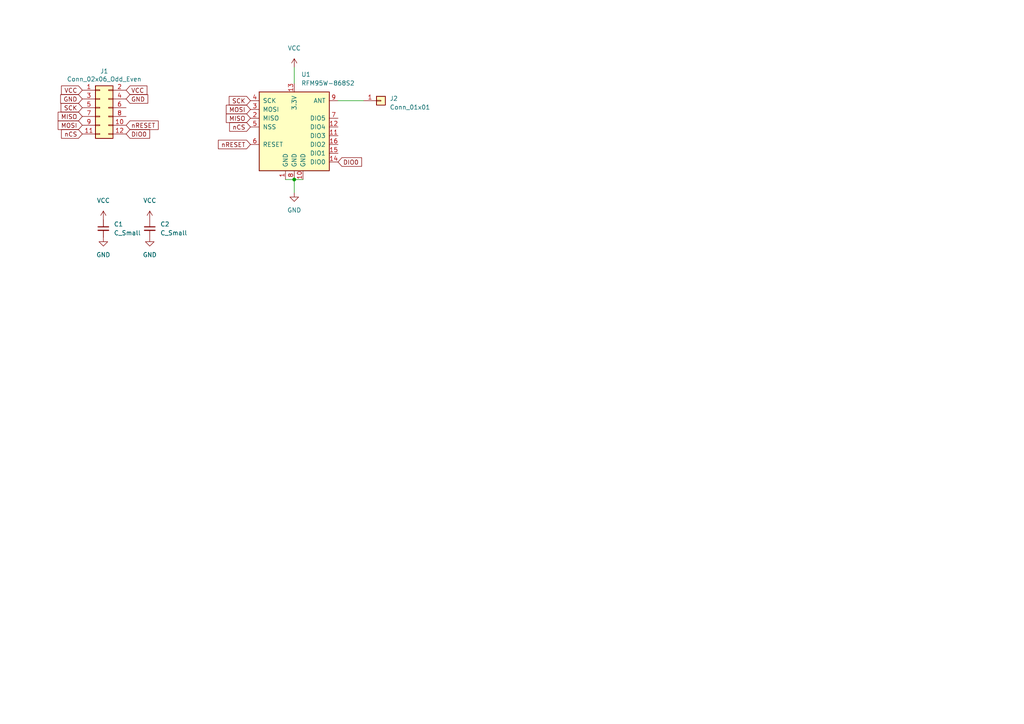
<source format=kicad_sch>
(kicad_sch (version 20230121) (generator eeschema)
  (paper "A4")
  (lib_symbols
    (symbol "Connector_Generic:Conn_01x01" (pin_names (offset 1.016) hide)
      (property "Reference" "J" (at 0 2.54 0))
      (property "Value" "Conn_01x01" (at 0 -2.54 0))
      (symbol "Conn_01x01_1_1"
        (rectangle (start -1.27 0.127) (end 0 -0.127) (stroke (width 0.1524)))
        (rectangle (start -1.27 1.27) (end 1.27 -1.27) (stroke (width 0.254)) (fill (type background)))
        (pin passive line (at -5.08 0 0) (length 3.81) (name "Pin_1") (number "1"))
      )
    )
    (symbol "Connector_Generic:Conn_02x06_Odd_Even" (pin_names (offset 1.016) hide)
      (property "Reference" "J" (at 1.27 7.62 0))
      (property "Value" "Conn_02x06_Odd_Even" (at 1.27 -10.16 0))
      (symbol "Conn_02x06_Odd_Even_1_1"
        (rectangle (start -1.27 -7.493) (end 0 -7.747) (stroke (width 0.1524)))
        (rectangle (start -1.27 -4.953) (end 0 -5.207) (stroke (width 0.1524)))
        (rectangle (start -1.27 -2.413) (end 0 -2.667) (stroke (width 0.1524)))
        (rectangle (start -1.27 0.127) (end 0 -0.127) (stroke (width 0.1524)))
        (rectangle (start -1.27 2.667) (end 0 2.413) (stroke (width 0.1524)))
        (rectangle (start -1.27 5.207) (end 0 4.953) (stroke (width 0.1524)))
        (rectangle (start -1.27 6.35) (end 3.81 -8.89) (stroke (width 0.254)) (fill (type background)))
        (rectangle (start 3.81 -7.493) (end 2.54 -7.747) (stroke (width 0.1524)))
        (rectangle (start 3.81 -4.953) (end 2.54 -5.207) (stroke (width 0.1524)))
        (rectangle (start 3.81 -2.413) (end 2.54 -2.667) (stroke (width 0.1524)))
        (rectangle (start 3.81 0.127) (end 2.54 -0.127) (stroke (width 0.1524)))
        (rectangle (start 3.81 2.667) (end 2.54 2.413) (stroke (width 0.1524)))
        (rectangle (start 3.81 5.207) (end 2.54 4.953) (stroke (width 0.1524)))
        (pin passive line (at -5.08 5.08 0) (length 3.81) (name "Pin_1") (number "1"))
        (pin passive line (at 7.62 -5.08 180) (length 3.81) (name "Pin_10") (number "10"))
        (pin passive line (at -5.08 -7.62 0) (length 3.81) (name "Pin_11") (number "11"))
        (pin passive line (at 7.62 -7.62 180) (length 3.81) (name "Pin_12") (number "12"))
        (pin passive line (at 7.62 5.08 180) (length 3.81) (name "Pin_2") (number "2"))
        (pin passive line (at -5.08 2.54 0) (length 3.81) (name "Pin_3") (number "3"))
        (pin passive line (at 7.62 2.54 180) (length 3.81) (name "Pin_4") (number "4"))
        (pin passive line (at -5.08 0 0) (length 3.81) (name "Pin_5") (number "5"))
        (pin passive line (at 7.62 0 180) (length 3.81) (name "Pin_6") (number "6"))
        (pin passive line (at -5.08 -2.54 0) (length 3.81) (name "Pin_7") (number "7"))
        (pin passive line (at 7.62 -2.54 180) (length 3.81) (name "Pin_8") (number "8"))
        (pin passive line (at -5.08 -5.08 0) (length 3.81) (name "Pin_9") (number "9"))
      )
    )
    (symbol "Device:C_Small" (pin_numbers hide) (pin_names (offset 0.254) hide)
      (property "Reference" "C" (at 0.254 1.778 0))
      (property "Value" "C_Small" (at 0.254 -2.032 0))
      (symbol "C_Small_0_1"
        (polyline (pts (xy -1.524 -0.508) (xy 1.524 -0.508)) (stroke (width 0.3302)))
        (polyline (pts (xy -1.524 0.508) (xy 1.524 0.508)) (stroke (width 0.3048)))
      )
      (symbol "C_Small_1_1"
        (pin passive line (at 0 2.54 270) (length 2.032) (name "~") (number "1"))
        (pin passive line (at 0 -2.54 90) (length 2.032) (name "~") (number "2"))
      )
    )
    (symbol "RF_Module:RFM95W-868S2" (pin_names (offset 1.016))
      (property "Reference" "U" (at -10.414 11.684 0))
      (property "Value" "RFM95W-868S2" (at 1.524 11.43 0))
      (symbol "RFM95W-868S2_0_1"
        (rectangle (start -10.16 10.16) (end 10.16 -12.7) (stroke (width 0.254)) (fill (type background)))
      )
      (symbol "RFM95W-868S2_1_1"
        (pin power_in line (at -2.54 -15.24 90) (length 2.54) (name "GND") (number "1"))
        (pin power_in line (at 2.54 -15.24 90) (length 2.54) (name "GND") (number "10"))
        (pin bidirectional line (at 12.7 -2.54 180) (length 2.54) (name "DIO3") (number "11"))
        (pin bidirectional line (at 12.7 0 180) (length 2.54) (name "DIO4") (number "12"))
        (pin power_in line (at 0 12.7 270) (length 2.54) (name "3.3V") (number "13"))
        (pin bidirectional line (at 12.7 -10.16 180) (length 2.54) (name "DIO0") (number "14"))
        (pin bidirectional line (at 12.7 -7.62 180) (length 2.54) (name "DIO1") (number "15"))
        (pin bidirectional line (at 12.7 -5.08 180) (length 2.54) (name "DIO2") (number "16"))
        (pin output line (at -12.7 2.54 0) (length 2.54) (name "MISO") (number "2"))
        (pin input line (at -12.7 5.08 0) (length 2.54) (name "MOSI") (number "3"))
        (pin input line (at -12.7 7.62 0) (length 2.54) (name "SCK") (number "4"))
        (pin input line (at -12.7 0 0) (length 2.54) (name "NSS") (number "5"))
        (pin bidirectional line (at -12.7 -5.08 0) (length 2.54) (name "RESET") (number "6"))
        (pin bidirectional line (at 12.7 2.54 180) (length 2.54) (name "DIO5") (number "7"))
        (pin power_in line (at 0 -15.24 90) (length 2.54) (name "GND") (number "8"))
        (pin bidirectional line (at 12.7 7.62 180) (length 2.54) (name "ANT") (number "9"))
      )
    )
    (symbol "power:GND" (power) (pin_names (offset 0))
      (property "Value" "GND" (at 0 -3.81 0))
      (symbol "GND_0_1"
        (polyline (pts (xy 0 0) (xy 0 -1.27) (xy 1.27 -1.27) (xy 0 -2.54) (xy -1.27 -1.27) (xy 0 -1.27)))
      )
      (symbol "GND_1_1"
        (pin power_in line (at 0 0 270) (length 0) hide (name "GND") (number "1"))
      )
    )
    (symbol "power:VCC" (power) (pin_names (offset 0))
      (property "Value" "VCC" (at 0 3.81 0))
      (symbol "VCC_0_1"
        (polyline (pts (xy -0.762 1.27) (xy 0 2.54)))
        (polyline (pts (xy 0 0) (xy 0 2.54)))
        (polyline (pts (xy 0 2.54) (xy 0.762 1.27)))
      )
      (symbol "VCC_1_1"
        (pin power_in line (at 0 0 90) (length 0) hide (name "VCC") (number "1"))
      )
    )
  )
  (junction (at 85.344 52.07))
  (wire (pts (xy 82.804 52.07) (xy 85.344 52.07)))
  (wire (pts (xy 98.044 29.21) (xy 105.41 29.21)))
  (wire (pts (xy 85.344 19.558) (xy 85.344 24.13)))
  (wire (pts (xy 85.344 52.07) (xy 85.344 55.88)))
  (wire (pts (xy 87.884 52.07) (xy 85.344 52.07)))
  (global_label "nRESET" (shape input) (at 72.644 41.91 180) (property "Intersheetrefs" "${INTERSHEET_REFS}" (effects hide)) (property "Intersheet-verwijzingen" "${INTERSHEET_REFS}" (effects hide)))
  (global_label "MISO" (shape input) (at 23.876 33.782 180) (property "Intersheetrefs" "${INTERSHEET_REFS}" (effects hide)) (property "Intersheet-verwijzingen" "${INTERSHEET_REFS}" (effects hide)))
  (global_label "GND" (shape input) (at 36.576 28.702 0) (property "Intersheetrefs" "${INTERSHEET_REFS}" (effects hide)) (property "Intersheet-verwijzingen" "${INTERSHEET_REFS}" (effects hide)))
  (global_label "VCC" (shape input) (at 23.876 26.162 180) (property "Intersheetrefs" "${INTERSHEET_REFS}" (effects hide)) (property "Intersheet-verwijzingen" "${INTERSHEET_REFS}" (effects hide)))
  (global_label "nCS" (shape input) (at 72.644 36.83 180) (property "Intersheetrefs" "${INTERSHEET_REFS}" (effects hide)) (property "Intersheet-verwijzingen" "${INTERSHEET_REFS}" (effects hide)))
  (global_label "GND" (shape input) (at 23.876 28.702 180) (property "Intersheetrefs" "${INTERSHEET_REFS}" (effects hide)) (property "Intersheet-verwijzingen" "${INTERSHEET_REFS}" (effects hide)))
  (global_label "SCK" (shape input) (at 23.876 31.242 180) (property "Intersheetrefs" "${INTERSHEET_REFS}" (effects hide)) (property "Intersheet-verwijzingen" "${INTERSHEET_REFS}" (effects hide)))
  (global_label "nCS" (shape input) (at 23.876 38.862 180) (property "Intersheetrefs" "${INTERSHEET_REFS}" (effects hide)) (property "Intersheet-verwijzingen" "${INTERSHEET_REFS}" (effects hide)))
  (global_label "VCC" (shape input) (at 36.576 26.162 0) (property "Intersheetrefs" "${INTERSHEET_REFS}" (effects hide)) (property "Intersheet-verwijzingen" "${INTERSHEET_REFS}" (effects hide)))
  (global_label "DIO0" (shape input) (at 98.044 46.99 0) (property "Intersheetrefs" "${INTERSHEET_REFS}" (effects hide)) (property "Intersheet-verwijzingen" "${INTERSHEET_REFS}" (effects hide)))
  (global_label "DIO0" (shape input) (at 36.576 38.862 0) (property "Intersheetrefs" "${INTERSHEET_REFS}" (effects hide)) (property "Intersheet-verwijzingen" "${INTERSHEET_REFS}" (effects hide)))
  (global_label "MISO" (shape input) (at 72.644 34.29 180) (property "Intersheetrefs" "${INTERSHEET_REFS}" (effects hide)) (property "Intersheet-verwijzingen" "${INTERSHEET_REFS}" (effects hide)))
  (global_label "MOSI" (shape input) (at 72.644 31.75 180) (property "Intersheetrefs" "${INTERSHEET_REFS}" (effects hide)) (property "Intersheet-verwijzingen" "${INTERSHEET_REFS}" (effects hide)))
  (global_label "nRESET" (shape input) (at 36.576 36.322 0) (property "Intersheetrefs" "${INTERSHEET_REFS}" (effects hide)) (property "Intersheet-verwijzingen" "${INTERSHEET_REFS}" (effects hide)))
  (global_label "SCK" (shape input) (at 72.644 29.21 180) (property "Intersheetrefs" "${INTERSHEET_REFS}" (effects hide)) (property "Intersheet-verwijzingen" "${INTERSHEET_REFS}" (effects hide)))
  (global_label "MOSI" (shape input) (at 23.876 36.322 180) (property "Intersheetrefs" "${INTERSHEET_REFS}" (effects hide)) (property "Intersheet-verwijzingen" "${INTERSHEET_REFS}" (effects hide)))
  (symbol (lib_id "Connector_Generic:Conn_02x06_Odd_Even") (at 28.956 31.242 0) (unit 1)
    (property "Reference" "J1" (at 30.226 20.6502 0))
    (property "Value" "Conn_02x06_Odd_Even" (at 30.226 22.9616 0))
    (property "Footprint" "Connector_PinHeader_2.54mm:PinHeader_2x06_P2.54mm_Horizontal" (effects hide))
  )
  (symbol (lib_id "power:GND") (at 43.434 68.834 0) (unit 1)
    (property "Reference" "#PWR04" (effects hide))
    (property "Value" "GND" (at 43.434 73.914 0))
  )
  (symbol (lib_id "power:GND") (at 29.972 68.834 0) (unit 1)
    (property "Reference" "#PWR02" (effects hide))
    (property "Value" "GND" (at 29.972 73.914 0))
  )
  (symbol (lib_id "power:GND") (at 85.344 55.88 0) (unit 1)
    (property "Reference" "#PWR06" (effects hide))
    (property "Value" "GND" (at 85.344 60.96 0))
  )
  (symbol (lib_id "Connector_Generic:Conn_01x01") (at 110.49 29.21 0) (unit 1)
    (property "Reference" "J2" (at 113.03 28.575 0) (effects (justify left)))
    (property "Value" "Conn_01x01" (at 113.03 31.115 0) (effects (justify left)))
    (property "Footprint" "Connector_PinHeader_2.54mm:PinHeader_1x01_P2.54mm_Vertical" (effects hide))
  )
  (symbol (lib_id "Device:C_Small") (at 29.972 66.294 0) (unit 1)
    (property "Reference" "C1" (at 33.02 65.0302 0) (effects (justify left)))
    (property "Value" "C_Small" (at 33.02 67.5702 0) (effects (justify left)))
    (property "Footprint" "Capacitor_SMD:C_0805_2012Metric_Pad1.18x1.45mm_HandSolder" (effects hide))
  )
  (symbol (lib_id "power:VCC") (at 85.344 19.558 0) (unit 1)
    (property "Reference" "#PWR05" (effects hide))
    (property "Value" "VCC" (at 85.344 13.97 0))
  )
  (symbol (lib_id "RF_Module:RFM95W-868S2") (at 85.344 36.83 0) (unit 1)
    (property "Reference" "U1" (at 87.3634 21.59 0) (effects (justify left)))
    (property "Value" "RFM95W-868S2" (at 87.3634 24.13 0) (effects (justify left)))
    (property "Footprint" "RF_Module:HOPERF_RFM9XW_SMD" (effects hide))
    (property "Datasheet" "https://www.hoperf.com/data/upload/portal/20181127/5bfcbea20e9ef.pdf" (effects hide))
  )
  (symbol (lib_id "power:VCC") (at 43.434 63.754 0) (unit 1)
    (property "Reference" "#PWR03" (effects hide))
    (property "Value" "VCC" (at 43.434 58.166 0))
  )
  (symbol (lib_id "power:VCC") (at 29.972 63.754 0) (unit 1)
    (property "Reference" "#PWR01" (effects hide))
    (property "Value" "VCC" (at 29.972 58.166 0))
  )
  (symbol (lib_id "Device:C_Small") (at 43.434 66.294 0) (unit 1)
    (property "Reference" "C2" (at 46.482 65.0302 0) (effects (justify left)))
    (property "Value" "C_Small" (at 46.482 67.5702 0) (effects (justify left)))
    (property "Footprint" "Capacitor_SMD:C_0805_2012Metric_Pad1.18x1.45mm_HandSolder" (effects hide))
  )
)
</source>
